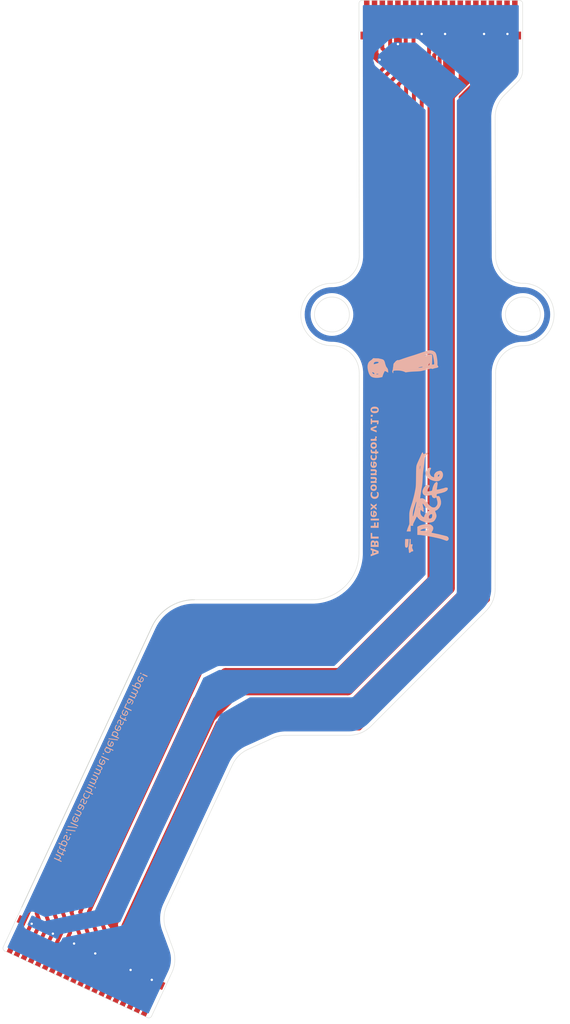
<source format=kicad_pcb>
(kicad_pcb (version 20240108) (generator "pcbnew") (generator_version "8.0")
  (title_block (title "besteLampe! ABL Flex Connector") (date "2024-10-01") (rev "1.0") (comment 1 "See  https://lenaschimmel.de/besteLampe! for the source and more information") (comment 2 "This source describes Open Hardware and is licensed under the CERN-OHL-S v2.") (comment 3 "Copyright 2024 Lena Schimmel <mail@lenaschimmel.de>") (comment 4 "Design for JLCPCB 1/2 Layer Service"))
  (layers (0 "F.Cu" signal) (31 "B.Cu" signal) (34 "B.Paste" user) (35 "F.Paste" user) (36 "B.SilkS" user "B.Silkscreen") (37 "F.SilkS" user "F.Silkscreen") (38 "B.Mask" user) (39 "F.Mask" user) (44 "Edge.Cuts" user))
  (net 0 "")
  (net 1 "/SDA")
  (net 2 "GND")
  (net 3 "/i3")
  (net 4 "/i4")
  (net 5 "/i6")
  (net 6 "+4V")
  (net 7 "/i7")
  (net 8 "/i8")
  (net 9 "+5V")
  (net 10 "/i5")
  (net 11 "/ENABLE")
  (net 12 "/SCL")
  (net 13 "+3.3V")
  (net 14 "/i2")
  (net 15 "/i1")
  (net 16 "/ALERT")
  (footprint "Connector:Flex connector for 10172832" (layer "F.Cu") (at 209.123665 38.586679)
    (property "Reference" "J2" (hide yes))
    (property "Value" "Conn_01x20_Pin")
    (fp_poly (pts (xy -0.8 1) (xy 0 1) (xy 0 2.000001) (xy -0.8 2)) (fill solid) (layer "F.Cu"))
    (fp_poly (pts (xy 19 1) (xy 19.8 1) (xy 19.8 2) (xy 18.999999 2)) (fill solid) (layer "F.Cu"))
    (fp_line (start -1 -2.6) (end -1 3) (stroke (width 0.05)) (layer "Edge.Cuts"))
    (fp_line (start -0.6 -2.999999) (end 19.6 -3) (stroke (width 0.05)) (layer "Edge.Cuts"))
    (fp_line (start 20 -2.6) (end 20 3) (stroke (width 0.05)) (layer "Edge.Cuts"))
    (fp_arc (start -1 -2.6) (mid -0.882843 -2.882843) (end -0.6 -2.999999) (stroke (width 0.05)) (layer "Edge.Cuts"))
    (fp_arc (start 19.6 -3) (mid 19.882843 -2.882843) (end 20 -2.6) (stroke (width 0.05)) (layer "Edge.Cuts"))
    (pad "1" smd rect (at 0 -1.5) (size 0.7 3) (layers "F.Cu" "F.Paste" "F.Mask") (net 4 "/i4"))
    (pad "2" smd rect (at 1 -1.5) (size 0.7 3) (layers "F.Cu" "F.Paste" "F.Mask") (net 6 "+4V"))
    (pad "3" smd rect (at 2 -1.5) (size 0.7 3) (layers "F.Cu" "F.Paste" "F.Mask") (net 3 "/i3"))
    (pad "4" smd rect (at 3 -1.5) (size 0.7 3) (layers "F.Cu" "F.Paste" "F.Mask") (net 14 "/i2"))
    (pad "5" smd rect (at 4 -1.5) (size 0.7 3) (layers "F.Cu" "F.Paste" "F.Mask") (net 6 "+4V"))
    (pad "6" smd rect (at 5 -1.5) (size 0.7 3) (layers "F.Cu" "F.Paste" "F.Mask") (net 15 "/i1"))
    (pad "7" smd rect (at 6 -1.5) (size 0.7 3) (layers "F.Cu" "F.Paste" "F.Mask") (net 10 "/i5"))
    (pad "8" smd rect (at 7 -1.5) (size 0.7 3) (layers "F.Cu" "F.Paste" "F.Mask") (net 2 "GND"))
    (pad "9" smd rect (at 8 -1.5) (size 0.7 3) (layers "F.Cu" "F.Paste" "F.Mask") (net 5 "/i6"))
    (pad "10" smd rect (at 9 -1.5) (size 0.7 3) (layers "F.Cu" "F.Paste" "F.Mask") (net 7 "/i7"))
    (pad "11" smd rect (at 9.999999 -1.5) (size 0.7 3) (layers "F.Cu" "F.Paste" "F.Mask") (net 2 "GND"))
    (pad "12" smd rect (at 11 -1.500001) (size 0.7 3) (layers "F.Cu" "F.Paste" "F.Mask") (net 8 "/i8"))
    (pad "13" smd rect (at 12 -1.5) (size 0.7 3) (layers "F.Cu" "F.Paste" "F.Mask") (net 9 "+5V"))
    (pad "14" smd rect (at 13 -1.5) (size 0.7 3) (layers "F.Cu" "F.Paste" "F.Mask") (net 13 "+3.3V"))
    (pad "15" smd rect (at 14 -1.5) (size 0.7 3) (layers "F.Cu" "F.Paste" "F.Mask") (net 11 "/ENABLE"))
    (pad "16" smd rect (at 15 -1.500001) (size 0.7 3) (layers "F.Cu" "F.Paste" "F.Mask") (net 2 "GND"))
    (pad "17" smd rect (at 16 -1.5) (size 0.7 3) (layers "F.Cu" "F.Paste" "F.Mask") (net 16 "/ALERT"))
    (pad "18" smd rect (at 17 -1.5) (size 0.7 3) (layers "F.Cu" "F.Paste" "F.Mask") (net 12 "/SCL"))
    (pad "19" smd rect (at 18 -1.5) (size 0.7 3) (layers "F.Cu" "F.Paste" "F.Mask") (net 2 "GND"))
    (pad "20" smd rect (at 19.000001 -1.5) (size 0.7 3) (layers "F.Cu" "F.Paste" "F.Mask") (net 1 "/SDA"))
  )
  (footprint "Connector:Flex connector for 10172832" (layer "F.Cu") (at 181.717804 162.967338 155)
    (property "Reference" "J1" (hide yes))
    (property "Value" "Conn_01x20_Pin")
    (fp_poly (pts (xy 18.999999 1.000001) (xy 19.8 1) (xy 19.8 2) (xy 18.999999 2)) (fill solid) (layer "F.Cu"))
    (fp_poly (pts (xy -0.8 1) (xy -0.000001 1.000001) (xy 0 2.000001) (xy -0.8 2)) (fill solid) (layer "F.Cu"))
    (fp_line (start 20 -2.6) (end 20 3) (stroke (width 0.05)) (layer "Edge.Cuts"))
    (fp_line (start -0.6 -3) (end 19.6 -2.999999) (stroke (width 0.05)) (layer "Edge.Cuts"))
    (fp_line (start -1 -2.600001) (end -1 3) (stroke (width 0.05)) (layer "Edge.Cuts"))
    (fp_arc (start 19.6 -2.999999) (mid 19.882843 -2.882842) (end 20 -2.6) (stroke (width 0.05)) (layer "Edge.Cuts"))
    (fp_arc (start -1 -2.600001) (mid -0.882843 -2.882843) (end -0.6 -3) (stroke (width 0.05)) (layer "Edge.Cuts"))
    (pad "1" smd rect (at 0 -1.500001 155) (size 0.7 3) (layers "F.Cu" "F.Paste" "F.Mask") (net 1 "/SDA"))
    (pad "2" smd rect (at 1 -1.5 155) (size 0.7 3) (layers "F.Cu" "F.Paste" "F.Mask") (net 2 "GND"))
    (pad "3" smd rect (at 2 -1.5 155) (size 0.7 3) (layers "F.Cu" "F.Paste" "F.Mask") (net 12 "/SCL"))
    (pad "4" smd rect (at 2.999999 -1.5 155) (size 0.7 3) (layers "F.Cu" "F.Paste" "F.Mask") (net 16 "/ALERT"))
    (pad "5" smd rect (at 4 -1.500001 155) (size 0.7 3) (layers "F.Cu" "F.Paste" "F.Mask") (net 2 "GND"))
    (pad "6" smd rect (at 5.000001 -1.5 155) (size 0.7 3) (layers "F.Cu" "F.Paste" "F.Mask") (net 11 "/ENABLE"))
    (pad "7" smd rect (at 6 -1.5 155) (size 0.7 3) (layers "F.Cu" "F.Paste" "F.Mask") (net 13 "+3.3V"))
    (pad "8" smd rect (at 7 -1.5 155) (size 0.7 3) (layers "F.Cu" "F.Paste" "F.Mask") (net 9 "+5V"))
    (pad "9" smd rect (at 8 -1.500001 155) (size 0.7 3) (layers "F.Cu" "F.Paste" "F.Mask") (net 8 "/i8"))
    (pad "10" smd rect (at 9.000001 -1.5 155) (size 0.7 3) (layers "F.Cu" "F.Paste" "F.Mask") (net 2 "GND"))
    (pad "11" smd rect (at 10 -1.5 155) (size 0.7 3) (layers "F.Cu" "F.Paste" "F.Mask") (net 7 "/i7"))
    (pad "12" smd rect (at 11 -1.5 155) (size 0.7 3) (layers "F.Cu" "F.Paste" "F.Mask") (net 5 "/i6"))
    (pad "13" smd rect (at 12 -1.5 155) (size 0.7 3) (layers "F.Cu" "F.Paste" "F.Mask") (net 2 "GND"))
    (pad "14" smd rect (at 13 -1.5 155) (size 0.7 3) (layers "F.Cu" "F.Paste" "F.Mask") (net 10 "/i5"))
    (pad "15" smd rect (at 14 -1.5 155) (size 0.7 3) (layers "F.Cu" "F.Paste" "F.Mask") (net 15 "/i1"))
    (pad "16" smd rect (at 15 -1.5 155) (size 0.7 3) (layers "F.Cu" "F.Paste" "F.Mask") (net 6 "+4V"))
    (pad "17" smd rect (at 16 -1.5 155) (size 0.7 3) (layers "F.Cu" "F.Paste" "F.Mask") (net 14 "/i2"))
    (pad "18" smd rect (at 17 -1.5 155) (size 0.7 3) (layers "F.Cu" "F.Paste" "F.Mask") (net 3 "/i3"))
    (pad "19" smd rect (at 17.999999 -1.5 155) (size 0.7 3) (layers "F.Cu" "F.Paste" "F.Mask") (net 6 "+4V"))
    (pad "20" smd rect (at 19 -1.500001 155) (size 0.7 3) (layers "F.Cu" "F.Paste" "F.Mask") (net 4 "/i4"))
  )
  (footprint "LOGO" (layer "B.Cu") (at 214.519156 93.204172 90)
    (property "Reference" "G***" (hide yes))
    (property "Value" "LOGO" (hide yes))
  )
  (gr_poly (pts (xy 176.980918 155.573615) (xy 175.886998 154.015302) (xy 177.20548 153.968094) (xy 177.435477 155.426981)) (fill solid) (layer "F.Cu") (net 13))
  (gr_poly (pts (xy 175.714409 152.610769) (xy 175.482213 153.936885) (xy 174.994431 154.095611) (xy 174.335465 152.491861)) (fill solid) (layer "F.Cu") (net 9))
  (gr_poly (pts (xy 222.366766 41.739094) (xy 221.897061 41.740743) (xy 221.006509 43.532228) (xy 222.400599 43.79612)) (fill solid) (layer "F.Cu") (net 13))
  (gr_poly (pts (xy 221.377583 41.967442) (xy 220.423638 43.894873) (xy 219.088239 42.913568) (xy 221.025381 40.94809)) (fill solid) (layer "F.Cu") (net 9))
  (gr_arc (start 183.359889 154.628622) (mid 183.119137 153.082029) (end 183.49028 151.561448) (stroke (width 0.05)) (layer "Edge.Cuts"))
  (gr_circle (center 229.159156 75.834172) (end 231.159156 76.834172) (stroke (width 0.05)) (fill none) (layer "Edge.Cuts"))
  (gr_arc (start 229.159156 71.834172) (mid 233.159156 75.834172) (end 229.159156 79.834172) (stroke (width 0.05)) (layer "Edge.Cuts"))
  (gr_arc (start 181.560448 115.858087) (mid 183.774499 113.32844) (end 187.001605 112.386679) (stroke (width 0.1)) (layer "Edge.Cuts"))
  (gr_circle (center 204.659156 75.834172) (end 206.659156 76.834172) (stroke (width 0.05)) (fill none) (layer "Edge.Cuts"))
  (gr_arc (start 208.123665 106.386679) (mid 206.366304 110.629318) (end 202.123665 112.38668) (stroke (width 0.05)) (layer "Edge.Cuts"))
  (gr_arc (start 229.159156 71.834172) (mid 226.684282 70.809046) (end 225.659156 68.334172) (stroke (width 0.05)) (layer "Edge.Cuts"))
  (gr_line (start 181.560448 115.858087) (end 181.560447 115.858086) (stroke (width 0.1)) (layer "Edge.Cuts"))
  (gr_arc (start 204.659156 79.834172) (mid 207.13403 80.859298) (end 208.159156 83.334172) (stroke (width 0.05)) (layer "Edge.Cuts"))
  (gr_line (start 193.873471 131.574852) (end 197.086482 130.118486) (stroke (width 0.05)) (layer "Edge.Cuts"))
  (gr_line (start 225.598665 111.004779) (end 225.659156 83.334172) (stroke (width 0.05)) (layer "Edge.Cuts"))
  (gr_arc (start 184.265232 157.098385) (mid 184.502668 158.640943) (end 184.131693 160.156938) (stroke (width 0.05)) (layer "Edge.Cuts"))
  (gr_line (start 225.659156 68.334172) (end 225.598665 50.568679) (stroke (width 0.05)) (layer "Edge.Cuts"))
  (gr_line (start 164.859503 151.79605) (end 181.560447 115.858086) (stroke (width 0.1)) (layer "Edge.Cuts"))
  (gr_line (start 226.780707 47.729638) (end 228.544189 45.966156) (stroke (width 0.05)) (layer "Edge.Cuts"))
  (gr_arc (start 208.159156 68.334172) (mid 207.13403 70.809046) (end 204.659156 71.834172) (stroke (width 0.05)) (layer "Edge.Cuts"))
  (gr_arc (start 197.086482 130.118486) (mid 197.898154 129.850816) (end 198.748163 129.761679) (stroke (width 0.05)) (layer "Edge.Cuts"))
  (gr_arc (start 229.123665 44.558279) (mid 228.97312 45.319513) (end 228.544189 45.966156) (stroke (width 0.05)) (layer "Edge.Cuts"))
  (gr_line (start 208.159156 68.334172) (end 208.123665 41.586679) (stroke (width 0.05)) (layer "Edge.Cuts"))
  (gr_line (start 208.123665 106.386679) (end 208.159156 83.334172) (stroke (width 0.05)) (layer "Edge.Cuts"))
  (gr_line (start 229.123665 44.558279) (end 229.123665 41.586679) (stroke (width 0.05)) (layer "Edge.Cuts"))
  (gr_arc (start 225.598665 50.568679) (mid 225.905974 49.031032) (end 226.780707 47.729638) (stroke (width 0.05)) (layer "Edge.Cuts"))
  (gr_line (start 183.49028 151.561448) (end 191.898328 133.530329) (stroke (width 0.05)) (layer "Edge.Cuts"))
  (gr_line (start 183.891966 160.671033) (end 184.131693 160.156938) (stroke (width 0.05)) (layer "Edge.Cuts"))
  (gr_line (start 209.670215 128.59013) (end 224.437213 113.823131) (stroke (width 0.05)) (layer "Edge.Cuts"))
  (gr_line (start 184.265232 157.098385) (end 183.359889 154.628622) (stroke (width 0.05)) (layer "Edge.Cuts"))
  (gr_arc (start 204.659156 79.834172) (mid 200.659156 75.834172) (end 204.659156 71.834172) (stroke (width 0.05)) (layer "Edge.Cuts"))
  (gr_arc (start 225.659156 83.334172) (mid 226.684282 80.859298) (end 229.159156 79.834172) (stroke (width 0.05)) (layer "Edge.Cuts"))
  (gr_line (start 198.748163 129.761679) (end 206.857513 129.76168) (stroke (width 0.05)) (layer "Edge.Cuts"))
  (gr_line (start 202.123665 112.38668) (end 187.001605 112.386679) (stroke (width 0.05)) (layer "Edge.Cuts"))
  (gr_arc (start 225.598665 111.004779) (mid 225.296905 112.528919) (end 224.437213 113.823131) (stroke (width 0.05)) (layer "Edge.Cuts"))
  (gr_arc (start 209.670215 128.59013) (mid 208.379777 129.454188) (end 206.857513 129.76168) (stroke (width 0.05)) (layer "Edge.Cuts"))
  (gr_arc (start 191.898328 133.530329) (mid 192.710605 132.375532) (end 193.873471 131.574852) (stroke (width 0.05)) (layer "Edge.Cuts"))
  (gr_text "https://lenaschimmel.de/besteLampe!" (at 168.773665 145.586679 -115) (layer "B.SilkS") (effects (font (size 1 1) (thickness 0.14375)) (justify left bottom mirror)))
  (gr_text "ABL Flex Connector v1.0" (at 209.459156 106.834172 270) (layer "B.SilkS") (effects (font (size 1 1) (thickness 0.2) (bold yes)) (justify left bottom mirror)))
  (segment (start 197.633877 128.868126) (end 197.673665 128.886679) (width 0.5) (layer "F.Cu") (net 1))
  (segment (start 197.673665 128.886679) (end 208.173665 128.88668) (width 0.5) (layer "F.Cu") (net 1))
  (segment (start 228.123665 45.23668) (end 228.123665 37.086679) (width 0.5) (layer "F.Cu") (net 1))
  (segment (start 224.673665 112.38668) (end 224.673665 48.68668) (width 0.5) (layer "F.Cu") (net 1))
  (segment (start 183.25443 159.68169) (end 181.253389 154.183875) (width 0.5) (layer "F.Cu") (net 1))
  (segment (start 208.173665 128.88668) (end 224.673665 112.38668) (width 0.5) (layer "F.Cu") (net 1))
  (segment (start 181.253389 154.183875) (end 192.122999 130.873921) (width 0.5) (layer "F.Cu") (net 1))
  (segment (start 192.122999 130.873921) (end 197.633877 128.868126) (width 0.5) (layer "F.Cu") (net 1))
  (segment (start 224.673665 48.68668) (end 228.123665 45.23668) (width 0.5) (layer "F.Cu") (net 1))
  (segment (start 181.223665 164.036679) (end 183.25443 159.68169) (width 0.5) (layer "F.Cu") (net 1))
  (segment (start 216.123665 37.08668) (end 216.123665 39.83668) (width 0.5) (layer "F.Cu") (net 2))
  (segment (start 219.123665 37.08668) (end 219.123665 39.836679) (width 0.5) (layer "F.Cu") (net 2))
  (segment (start 171.510172 156.472913) (end 171.576618 156.44873) (width 0.5) (layer "F.Cu") (net 2))
  (segment (start 170.347972 158.96526) (end 171.510172 156.472913) (width 0.5) (layer "F.Cu") (net 2))
  (segment (start 219.123665 39.836679) (end 219.173664 39.88668) (width 0.5) (layer "F.Cu") (net 2))
  (segment (start 177.598434 162.346206) (end 178.760634 159.85386) (width 0.5) (layer "F.Cu") (net 2))
  (segment (start 224.123665 39.83668) (end 224.173665 39.886679) (width 0.5) (layer "F.Cu") (net 2))
  (segment (start 174.229095 157.740768) (end 174.295542 157.716584) (width 0.5) (layer "F.Cu") (net 2))
  (segment (start 178.760634 159.85386) (end 178.82708 159.829676) (width 0.5) (layer "F.Cu") (net 2))
  (segment (start 181.479558 161.121715) (end 181.546003 161.097531) (width 0.5) (layer "F.Cu") (net 2))
  (segment (start 227.123665 37.08668) (end 227.123665 39.836679) (width 0.5) (layer "F.Cu") (net 2))
  (segment (start 227.123665 39.836679) (end 227.173665 39.88668) (width 0.5) (layer "F.Cu") (net 2))
  (segment (start 224.123665 37.086679) (end 224.123665 39.83668) (width 0.5) (layer "F.Cu") (net 2))
  (segment (start 173.066894 160.233116) (end 174.229095 157.740768) (width 0.5) (layer "F.Cu") (net 2))
  (segment (start 180.317357 163.614062) (end 181.479558 161.121715) (width 0.5) (layer "F.Cu") (net 2))
  (segment (start 216.123665 39.83668) (end 216.173665 39.886679) (width 0.5) (layer "F.Cu") (net 2))
  (via (at 181.546003 161.097531) (size 0.6) (drill 0.3) (layers "F.Cu" "B.Cu") (net 2))
  (via (at 219.173664 39.88668) (size 0.6) (drill 0.3) (layers "F.Cu" "B.Cu") (net 2))
  (via (at 224.173665 39.886679) (size 0.6) (drill 0.3) (layers "F.Cu" "B.Cu") (net 2))
  (via (at 178.82708 159.829676) (size 0.6) (drill 0.3) (layers "F.Cu" "B.Cu") (net 2))
  (via (at 171.576618 156.44873) (size 0.6) (drill 0.3) (layers "F.Cu" "B.Cu") (net 2))
  (via (at 174.295542 157.716584) (size 0.6) (drill 0.3) (layers "F.Cu" "B.Cu") (net 2))
  (via (at 227.173665 39.88668) (size 0.6) (drill 0.3) (layers "F.Cu" "B.Cu") (net 2))
  (via (at 216.173665 39.886679) (size 0.6) (drill 0.3) (layers "F.Cu" "B.Cu") (net 2))
  (segment (start 183.497179 116.710193) (end 166.777277 152.566137) (width 0.5) (layer "F.Cu") (net 3))
  (segment (start 211.973665 42.586679) (end 211.973665 43.58668) (width 0.5) (layer "F.Cu") (net 3))
  (segment (start 205.173665 114.386679) (end 185.820693 114.38668) (width 0.5) (layer "F.Cu") (net 3))
  (segment (start 185.820693 114.38668) (end 183.497179 116.710193) (width 0.5) (layer "F.Cu") (net 3))
  (segment (start 210.173665 45.38668) (end 210.173665 109.386679) (width 0.5) (layer "F.Cu") (net 3))
  (segment (start 211.123665 41.73668) (end 211.973665 42.586679) (width 0.5) (layer "F.Cu") (net 3))
  (segment (start 211.123665 37.08668) (end 211.123665 41.73668) (width 0.5) (layer "F.Cu") (net 3))
  (segment (start 166.777277 152.566137) (end 167.232204 153.816037) (width 0.5) (layer "F.Cu") (net 3))
  (segment (start 211.973665 43.58668) (end 210.173665 45.38668) (width 0.5) (layer "F.Cu") (net 3))
  (segment (start 210.173665 109.386679) (end 205.173665 114.386679) (width 0.5) (layer "F.Cu") (net 3))
  (segment (start 167.232204 153.816037) (end 165.816433 156.85217) (width 0.5) (layer "F.Cu") (net 3))
  (segment (start 209.173665 109.38668) (end 205.0985 113.461844) (width 0.5) (layer "F.Cu") (net 4))
  (segment (start 209.123665 37.086679) (end 209.173665 37.136679) (width 0.5) (layer "F.Cu") (net 4))
  (segment (start 164.094216 155.953782) (end 182.633387 116.196402) (width 0.5) (layer "F.Cu") (net 4))
  (segment (start 209.173665 37.136679) (end 209.173665 109.38668) (width 0.5) (layer "F.Cu") (net 4))
  (segment (start 205.023334 113.386679) (end 185.42239 113.386679) (width 0.5) (layer "F.Cu") (net 4))
  (segment (start 185.42239 113.386679) (end 182.633387 116.175683) (width 0.5) (layer "F.Cu") (net 4))
  (segment (start 205.0985 113.461844) (end 205.023334 113.386679) (width 0.5) (layer "F.Cu") (net 4))
  (segment (start 182.633387 116.175683) (end 182.633387 116.196402) (width 0.5) (layer "F.Cu") (net 4))
  (segment (start 164.003817 156.006932) (end 164.070263 155.982748) (width 0.5) (layer "F.Cu") (net 4))
  (segment (start 214.173665 109.346478) (end 205.133463 118.38668) (width 0.5) (layer "F.Cu") (net 5))
  (segment (start 217.123665 42.259725) (end 217.073665 42.309726) (width 0.5) (layer "F.Cu") (net 5))
  (segment (start 186.507129 119.720143) (end 172.323665 150.13668) (width 0.5) (layer "F.Cu") (net 5))
  (segment (start 171.243167 152.431416) (end 172.299712 150.165647) (width 0.5) (layer "F.Cu") (net 5))
  (segment (start 217.073665 42.309726) (end 217.073665 43.68668) (width 0.5) (layer "F.Cu") (net 5))
  (segment (start 217.123665 37.086679) (end 217.123665 42.259725) (width 0.5) (layer "F.Cu") (net 5))
  (segment (start 214.173665 46.586679) (end 214.173665 109.346478) (width 0.5) (layer "F.Cu") (net 5))
  (segment (start 171.254279 159.387879) (end 172.670051 156.351747) (width 0.5) (layer "F.Cu") (net 5))
  (segment (start 187.840593 118.386679) (end 186.507129 119.720143) (width 0.5) (layer "F.Cu") (net 5))
  (segment (start 217.073665 43.68668) (end 214.173665 46.586679) (width 0.5) (layer "F.Cu") (net 5))
  (segment (start 205.133463 118.38668) (end 187.840593 118.386679) (width 0.5) (layer "F.Cu") (net 5))
  (segment (start 171.243167 152.431416) (end 172.670051 156.351747) (width 0.5) (layer "F.Cu") (net 5))
  (segment (start 168.791249 155.20506) (end 168.857695 155.180874) (width 0.5) (layer "F.Cu") (net 6))
  (segment (start 164.910125 156.42955) (end 166.072325 153.937205) (width 0.5) (layer "F.Cu") (net 6))
  (segment (start 210.123665 39.58668) (end 210.123665 37.086679) (width 0.5) (layer "F.Cu") (net 6))
  (segment (start 210.123664 42.53668) (end 210.123665 39.58668) (width 1) (layer "F.Cu") (net 6))
  (segment (start 213.123665 41.186679) (end 213.123665 39.58668) (width 1) (layer "F.Cu") (net 6))
  (segment (start 166.072325 153.937205) (end 166.138771 153.913019) (width 0.5) (layer "F.Cu") (net 6))
  (segment (start 210.773665 43.18668) (end 210.123664 42.53668) (width 1) (layer "F.Cu") (net 6))
  (segment (start 213.123665 39.58668) (end 213.123665 37.086679) (width 0.5) (layer "F.Cu") (net 6))
  (segment (start 167.629048 157.697406) (end 168.791249 155.20506) (width 0.5) (layer "F.Cu") (net 6))
  (via (at 210.773665 43.18668) (size 0.6) (drill 0.3) (layers "F.Cu" "B.Cu") (net 6))
  (via (at 168.857695 155.180874) (size 0.6) (drill 0.3) (layers "F.Cu" "B.Cu") (net 6))
  (via (at 213.123665 41.186679) (size 0.6) (drill 0.3) (layers "F.Cu" "B.Cu") (net 6))
  (via (at 166.138771 153.913019) (size 0.6) (drill 0.3) (layers "F.Cu" "B.Cu") (net 6))
  (segment (start 212.773664 41.18668) (end 213.123665 41.186679) (width 0.5) (layer "B.Cu") (net 6))
  (segment (start 210.773665 43.18668) (end 212.773664 41.18668) (width 0.5) (layer "B.Cu") (net 6))
  (segment (start 173.20602 150.588264) (end 172.360783 152.40088) (width 0.5) (layer "F.Cu") (net 7))
  (segment (start 187.259616 120.472631) (end 173.229973 150.559298) (width 0.5) (layer "F.Cu") (net 7))
  (segment (start 172.360783 152.40088) (end 173.787668 156.321212) (width 0.5) (layer "F.Cu") (net 7))
  (segment (start 217.773665 44.18668) (end 215.173665 46.786679) (width 0.5) (layer "F.Cu") (net 7))
  (segment (start 173.787668 156.321212) (end 172.160587 159.810496) (width 0.5) (layer "F.Cu") (net 7))
  (segment (start 218.123665 42.249674) (end 217.773665 42.599675) (width 0.5) (layer "F.Cu") (net 7))
  (segment (start 205.123412 119.386679) (end 188.345567 119.38668) (width 0.5) (layer "F.Cu") (net 7))
  (segment (start 188.345567 119.38668) (end 187.259616 120.472631) (width 0.5) (layer "F.Cu") (net 7))
  (segment (start 217.773665 42.599675) (end 217.773665 44.18668) (width 0.5) (layer "F.Cu") (net 7))
  (segment (start 218.123665 37.086679) (end 218.123665 42.249674) (width 0.5) (layer "F.Cu") (net 7))
  (segment (start 215.173665 46.786679) (end 215.173665 109.336426) (width 0.5) (layer "F.Cu") (net 7))
  (segment (start 215.173665 109.336426) (end 205.123412 119.386679) (width 0.5) (layer "F.Cu") (net 7))
  (segment (start 220.123665 37.08668) (end 220.123665 41.23668) (width 0.5) (layer "F.Cu") (net 8))
  (segment (start 173.973203 160.655733) (end 175.388973 157.619603) (width 0.5) (layer "F.Cu") (net 8))
  (segment (start 218.473665 42.889624) (end 218.473665 44.68668) (width 0.5) (layer "F.Cu") (net 8))
  (segment (start 216.173665 109.326376) (end 205.113361 120.38668) (width 0.5) (layer "F.Cu") (net 8))
  (segment (start 173.4784 152.370345) (end 175.388973 157.619603) (width 0.5) (layer "F.Cu") (net 8))
  (segment (start 188.850541 120.38668) (end 188.012102 121.225118) (width 0.5) (layer "F.Cu") (net 8))
  (segment (start 205.113361 120.38668) (end 188.850541 120.38668) (width 0.5) (layer "F.Cu") (net 8))
  (segment (start 216.173665 46.98668) (end 216.173665 109.326376) (width 0.5) (layer "F.Cu") (net 8))
  (segment (start 219.973665 41.389623) (end 218.473665 42.889624) (width 0.5) (layer "F.Cu") (net 8))
  (segment (start 219.973665 41.38668) (end 219.973665 41.389623) (width 0.5) (layer "F.Cu") (net 8))
  (segment (start 218.473665 44.68668) (end 216.173665 46.98668) (width 0.5) (layer "F.Cu") (net 8))
  (segment (start 188.012102 121.225118) (end 174.13628 150.981916) (width 0.5) (layer "F.Cu") (net 8))
  (segment (start 220.123665 41.23668) (end 219.973665 41.38668) (width 0.5) (layer "F.Cu") (net 8))
  (segment (start 173.4784 152.370345) (end 174.112328 151.010882) (width 0.5) (layer "F.Cu") (net 8))
  (segment (start 176.527945 157.533616) (end 174.739722 161.368472) (width 0.5) (layer "F.Cu") (net 9))
  (segment (start 191.045153 121.886679) (end 187.546909 125.384924) (width 1.5) (layer "F.Cu") (net 9))
  (segment (start 221.123665 41.936679) (end 221.123665 37.086679) (width 0.5) (layer "F.Cu") (net 9))
  (segment (start 187.546909 125.384924) (end 175.048665 152.26168) (width 1.5) (layer "F.Cu") (net 9))
  (segment (start 219.673665 43.38668) (end 219.673665 45.28668) (width 1.5) (layer "F.Cu") (net 9))
  (segment (start 205.673665 121.88668) (end 191.045153 121.886679) (width 1.5) (layer "F.Cu") (net 9))
  (segment (start 175.048665 152.26168) (end 174.923665 152.13668) (width 0.5) (layer "F.Cu") (net 9))
  (segment (start 217.673665 109.886679) (end 205.673665 121.88668) (width 1.5) (layer "F.Cu") (net 9))
  (segment (start 219.673665 43.38668) (end 221.123665 41.936679) (width 0.5) (layer "F.Cu") (net 9))
  (segment (start 174.801803 152.791079) (end 176.527945 157.533616) (width 0.5) (layer "F.Cu") (net 9))
  (segment (start 219.673665 45.28668) (end 217.673665 47.28668) (width 1.5) (layer "F.Cu") (net 9))
  (segment (start 217.673665 47.28668) (end 217.673665 109.886679) (width 1.5) (layer "F.Cu") (net 9))
  (segment (start 171.068744 155.053358) (end 169.441664 158.542643) (width 0.5) (layer "F.Cu") (net 10))
  (segment (start 185.75464 118.967655) (end 170.130128 152.474533) (width 0.5) (layer "F.Cu") (net 10))
  (segment (start 170.130128 152.474533) (end 171.068744 155.053358) (width 0.5) (layer "F.Cu") (net 10))
  (segment (start 215.123665 37.08668) (end 215.123665 44.436679) (width 0.5) (layer "F.Cu") (net 10))
  (segment (start 213.173664 46.386679) (end 213.173665 109.356528) (width 0.5) (layer "F.Cu") (net 10))
  (segment (start 205.143514 117.386679) (end 187.335617 117.38668) (width 0.5) (layer "F.Cu") (net 10))
  (segment (start 215.123665 44.436679) (end 213.173664 46.386679) (width 0.5) (layer "F.Cu") (net 10))
  (segment (start 187.335617 117.38668) (end 185.75464 118.967655) (width 0.5) (layer "F.Cu") (net 10))
  (segment (start 213.173665 109.356528) (end 205.143514 117.386679) (width 0.5) (layer "F.Cu") (net 10))
  (segment (start 176.692126 161.923589) (end 178.976462 157.024814) (width 0.5) (layer "F.Cu") (net 11))
  (segment (start 223.123666 46.036679) (end 223.123665 37.08668) (width 0.5) (layer "F.Cu") (net 11))
  (segment (start 207.173664 125.38668) (end 221.173665 111.38668) (width 0.5) (layer "F.Cu") (net 11))
  (segment (start 197.690782 125.385972) (end 197.692301 125.386681) (width 0.5) (layer "F.Cu") (net 11))
  (segment (start 178.976462 157.024814) (end 177.913926 154.105521) (width 0.5) (layer "F.Cu") (net 11))
  (segment (start 190.000934 128.184848) (end 197.690782 125.385972) (width 0.5) (layer "F.Cu") (net 11))
  (segment (start 177.913926 154.105521) (end 190.000934 128.184848) (width 0.5) (layer "F.Cu") (net 11))
  (segment (start 221.173665 111.38668) (end 221.173665 47.986679) (width 0.5) (layer "F.Cu") (net 11))
  (segment (start 221.173665 47.986679) (end 223.123666 46.036679) (width 0.5) (layer "F.Cu") (net 11))
  (segment (start 197.692301 125.386681) (end 207.173664 125.38668) (width 0.5) (layer "F.Cu") (net 11))
  (segment (start 197.987561 127.386679) (end 196.408193 127.961522) (width 0.5) (layer "F.Cu") (net 12))
  (segment (start 223.173665 111.886679) (end 207.673665 127.38668) (width 0.5) (layer "F.Cu") (net 12))
  (segment (start 181.475251 158.764749) (end 179.41105 163.191444) (width 0.5) (layer "F.Cu") (net 12))
  (segment (start 179.76218 154.058126) (end 181.475251 158.764749) (width 0.5) (layer "F.Cu") (net 12))
  (segment (start 207.673665 127.38668) (end 197.987561 127.386679) (width 0.5) (layer "F.Cu") (net 12))
  (segment (start 226.123665 45.236679) (end 223.173665 48.186679) (width 0.5) (layer "F.Cu") (net 12))
  (segment (start 196.408193 127.961522) (end 196.406073 127.960533) (width 0.5) (layer "F.Cu") (net 12))
  (segment (start 182.173665 148.886679) (end 179.76218 154.058126) (width 0.5) (layer "F.Cu") (net 12))
  (segment (start 226.123664 37.086679) (end 226.123665 45.236679) (width 0.5) (layer "F.Cu") (net 12))
  (segment (start 196.406073 127.960533) (end 191.076579 129.90031) (width 0.5) (layer "F.Cu") (net 12))
  (segment (start 182.058355 149.239954) (end 181.998665 149.26168) (width 0.5) (layer "F.Cu") (net 12))
  (segment (start 191.076579 129.90031) (end 182.058355 149.239954) (width 0.5) (layer "F.Cu") (net 12))
  (segment (start 223.173665 48.186679) (end 223.173665 111.886679) (width 0.5) (layer "F.Cu") (net 12))
  (segment (start 206.673665 123.886679) (end 192.521501 123.88668) (width 1.5) (layer "F.Cu") (net 13))
  (segment (start 221.673665 43.886679) (end 221.673665 45.789623) (width 1.5) (layer "F.Cu") (net 13))
  (segment (start 177.673665 157.636679) (end 177.845457 157.268271) (width 0.5) (layer "F.Cu") (net 13))
  (segment (start 221.673665 45.789623) (end 219.673665 47.789623) (width 1.5) (layer "F.Cu") (net 13))
  (segment (start 177.845457 157.268271) (end 176.523665 153.636679) (width 0.5) (layer "F.Cu") (net 13))
  (segment (start 219.673665 47.789623) (end 219.673665 110.886679) (width 1.5) (layer "F.Cu") (net 13))
  (segment (start 175.64603 161.79109) (end 177.673665 157.636679) (width 0.5) (layer "F.Cu") (net 13))
  (segment (start 222.123665 37.086679) (end 222.123665 43.436679) (width 0.5) (layer "F.Cu") (net 13))
  (segment (start 222.123665 43.436679) (end 221.673665 43.886679) (width 0.5) (layer "F.Cu") (net 13))
  (segment (start 219.673665 110.886679) (end 206.673665 123.886679) (width 1.5) (layer "F.Cu") (net 13))
  (segment (start 188.997583 127.410597) (end 176.523665 153.636679) (width 1.5) (layer "F.Cu") (net 13))
  (segment (start 192.521501 123.88668) (end 188.997583 127.410597) (width 1.5) (layer "F.Cu") (net 13))
  (segment (start 205.163615 115.38668) (end 185.961699 115.38668) (width 0.5) (layer "F.Cu") (net 14))
  (segment (start 212.973665 43.786679) (end 211.173665 45.586679) (width 0.5) (layer "F.Cu") (net 14))
  (segment (start 168.349821 153.785502) (end 166.722741 157.274787) (width 0.5) (layer "F.Cu") (net 14))
  (segment (start 211.173665 109.37663) (end 205.163615 115.38668) (width 0.5) (layer "F.Cu") (net 14))
  (segment (start 184.567682 116.780696) (end 169.604741 148.868826) (width 0.5) (layer "F.Cu") (net 14))
  (segment (start 169.580789 148.897791) (end 167.890316 152.523022) (width 0.5) (layer "F.Cu") (net 14))
  (segment (start 211.173665 45.586679) (end 211.173665 109.37663) (width 0.5) (layer "F.Cu") (net 14))
  (segment (start 212.123664 37.08668) (end 212.123665 41.597341) (width 0.5) (layer "F.Cu") (net 14))
  (segment (start 185.961699 115.38668) (end 184.567682 116.780696) (width 0.5) (layer "F.Cu") (net 14))
  (segment (start 167.890316 152.523022) (end 168.349821 153.785502) (width 0.5) (layer "F.Cu") (net 14))
  (segment (start 212.123665 41.597341) (end 212.973665 42.44734) (width 0.5) (layer "F.Cu") (net 14))
  (segment (start 212.973665 42.44734) (end 212.973665 43.786679) (width 0.5) (layer "F.Cu") (net 14))
  (segment (start 212.173665 45.986679) (end 212.173665 109.366578) (width 0.5) (layer "F.Cu") (net 15))
  (segment (start 169.951127 155.083892) (end 168.535356 158.120023) (width 0.5) (layer "F.Cu") (net 15))
  (segment (start 169.012512 152.505067) (end 169.951127 155.083892) (width 0.5) (layer "F.Cu") (net 15))
  (segment (start 186.466673 116.38668) (end 185.320169 117.533184) (width 0.5) (layer "F.Cu") (net 15))
  (segment (start 185.320169 117.533184) (end 169.012512 152.505067) (width 0.5) (layer "F.Cu") (net 15))
  (segment (start 214.123665 44.036679) (end 212.173665 45.986679) (width 0.5) (layer "F.Cu") (net 15))
  (segment (start 205.153564 116.38668) (end 186.466673 116.38668) (width 0.5) (layer "F.Cu") (net 15))
  (segment (start 214.123665 37.086679) (end 214.123665 44.036679) (width 0.5) (layer "F.Cu") (net 15))
  (segment (start 212.173665 109.366578) (end 205.153564 116.38668) (width 0.5) (layer "F.Cu") (net 15))
  (segment (start 222.173665 111.63668) (end 222.173665 47.98668) (width 0.5) (layer "F.Cu") (net 16))
  (segment (start 180.472114 158.549781) (end 178.504742 162.768824) (width 0.5) (layer "F.Cu") (net 16))
  (segment (start 225.123665 45.036679) (end 225.123665 37.086679) (width 0.5) (layer "F.Cu") (net 16))
  (segment (start 197.774088 126.386679) (end 207.423665 126.38668) (width 0.5) (layer "F.Cu") (net 16))
  (segment (start 190.45472 129.320081) (end 190.606006 128.995648) (width 0.5) (layer "F.Cu") (net 16))
  (segment (start 178.873186 154.156762) (end 180.472114 158.549781) (width 0.5) (layer "F.Cu") (net 16))
  (segment (start 207.423665 126.38668) (end 222.173665 111.63668) (width 0.5) (layer "F.Cu") (net 16))
  (segment (start 222.173665 47.98668) (end 225.123665 45.036679) (width 0.5) (layer "F.Cu") (net 16))
  (segment (start 190.423665 129.38668) (end 178.873186 154.156762) (width 0.5) (layer "F.Cu") (net 16))
  (segment (start 190.606006 128.995648) (end 197.774088 126.386679) (width 0.5) (layer "F.Cu") (net 16))
  (zone (net 6) (net_name "+4V") (layer "B.Cu") (priority 2) (connect_pads (clearance 0.5)) (min_thickness 0.25) (fill yes (thermal_gap 0.5) (thermal_bridge_width 0.5))
    (polygon (pts (xy 210.573665 42.58668) (xy 212.373665 40.986679) (xy 215.417523 40.986679) (xy 221.944415 46.494087) (xy 220.173665 48.18668) (xy 220.173665 111.386679) (xy 207.173665 124.38668) (xy 194.000123 124.386679) (xy 189.952218 126.699767) (xy 177.495683 153.689651) (xy 169.766011 155.25607) (xy 169.463145 155.902258) (xy 165.565592 154.084799) (xy 166.157257 152.815968) (xy 167.788611 153.576681) (xy 174.267931 152.184526) (xy 188.173665 122.386679) (xy 190.173665 121.38668) (xy 205.173665 121.38668) (xy 217.173665 109.386679) (xy 217.173665 49.386679) (xy 210.573665 43.611679)))
  )
  (zone (net 2) (net_name "GND") (layer "B.Cu") (connect_pads (clearance 0.5)) (min_thickness 0.25) (fill yes (thermal_gap 0.5) (thermal_bridge_width 0.5))
    (polygon (pts (xy 233.838665 36.181679) (xy 233.838665 160.74668) (xy 229.723665 164.86168) (xy 185.073665 164.861679) (xy 183.889156 166.774172) (xy 162.073665 156.524997) (xy 162.073665 76.261679) (xy 202.153665 36.18168)))
  )
)
</source>
